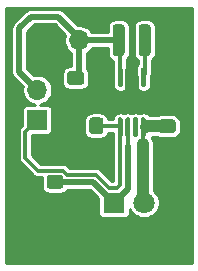
<source format=gbr>
G04 #@! TF.GenerationSoftware,KiCad,Pcbnew,(5.1.10)-1*
G04 #@! TF.CreationDate,2021-11-27T20:31:54+01:00*
G04 #@! TF.ProjectId,latarka,6c617461-726b-4612-9e6b-696361645f70,rev?*
G04 #@! TF.SameCoordinates,Original*
G04 #@! TF.FileFunction,Copper,L1,Top*
G04 #@! TF.FilePolarity,Positive*
%FSLAX46Y46*%
G04 Gerber Fmt 4.6, Leading zero omitted, Abs format (unit mm)*
G04 Created by KiCad (PCBNEW (5.1.10)-1) date 2021-11-27 20:31:54*
%MOMM*%
%LPD*%
G01*
G04 APERTURE LIST*
G04 #@! TA.AperFunction,ComponentPad*
%ADD10C,1.800000*%
G04 #@! TD*
G04 #@! TA.AperFunction,ComponentPad*
%ADD11R,1.800000X1.800000*%
G04 #@! TD*
G04 #@! TA.AperFunction,ComponentPad*
%ADD12O,1.700000X1.700000*%
G04 #@! TD*
G04 #@! TA.AperFunction,ComponentPad*
%ADD13R,1.700000X1.700000*%
G04 #@! TD*
G04 #@! TA.AperFunction,Conductor*
%ADD14C,0.500000*%
G04 #@! TD*
G04 #@! TA.AperFunction,Conductor*
%ADD15C,0.300000*%
G04 #@! TD*
G04 #@! TA.AperFunction,Conductor*
%ADD16C,1.000000*%
G04 #@! TD*
G04 #@! TA.AperFunction,Conductor*
%ADD17C,0.254000*%
G04 #@! TD*
G04 #@! TA.AperFunction,Conductor*
%ADD18C,0.100000*%
G04 #@! TD*
G04 APERTURE END LIST*
G04 #@! TA.AperFunction,SMDPad,CuDef*
G36*
G01*
X136100000Y-97100000D02*
X135600000Y-97100000D01*
G75*
G02*
X135350000Y-96850000I0J250000D01*
G01*
X135350000Y-94650000D01*
G75*
G02*
X135600000Y-94400000I250000J0D01*
G01*
X136100000Y-94400000D01*
G75*
G02*
X136350000Y-94650000I0J-250000D01*
G01*
X136350000Y-96850000D01*
G75*
G02*
X136100000Y-97100000I-250000J0D01*
G01*
G37*
G04 #@! TD.AperFunction*
G04 #@! TA.AperFunction,SMDPad,CuDef*
G36*
G01*
X133900000Y-97100000D02*
X133400000Y-97100000D01*
G75*
G02*
X133150000Y-96850000I0J250000D01*
G01*
X133150000Y-94650000D01*
G75*
G02*
X133400000Y-94400000I250000J0D01*
G01*
X133900000Y-94400000D01*
G75*
G02*
X134150000Y-94650000I0J-250000D01*
G01*
X134150000Y-96850000D01*
G75*
G02*
X133900000Y-97100000I-250000J0D01*
G01*
G37*
G04 #@! TD.AperFunction*
D10*
X135790000Y-109500000D03*
D11*
X133250000Y-109500000D03*
G04 #@! TA.AperFunction,SMDPad,CuDef*
G36*
G01*
X138225000Y-101550000D02*
X137275000Y-101550000D01*
G75*
G02*
X137025000Y-101300000I0J250000D01*
G01*
X137025000Y-100625000D01*
G75*
G02*
X137275000Y-100375000I250000J0D01*
G01*
X138225000Y-100375000D01*
G75*
G02*
X138475000Y-100625000I0J-250000D01*
G01*
X138475000Y-101300000D01*
G75*
G02*
X138225000Y-101550000I-250000J0D01*
G01*
G37*
G04 #@! TD.AperFunction*
G04 #@! TA.AperFunction,SMDPad,CuDef*
G36*
G01*
X138225000Y-103625000D02*
X137275000Y-103625000D01*
G75*
G02*
X137025000Y-103375000I0J250000D01*
G01*
X137025000Y-102700000D01*
G75*
G02*
X137275000Y-102450000I250000J0D01*
G01*
X138225000Y-102450000D01*
G75*
G02*
X138475000Y-102700000I0J-250000D01*
G01*
X138475000Y-103375000D01*
G75*
G02*
X138225000Y-103625000I-250000J0D01*
G01*
G37*
G04 #@! TD.AperFunction*
G04 #@! TA.AperFunction,SMDPad,CuDef*
G36*
G01*
X133875000Y-99700000D02*
X133675000Y-99700000D01*
G75*
G02*
X133575000Y-99600000I0J100000D01*
G01*
X133575000Y-98175000D01*
G75*
G02*
X133675000Y-98075000I100000J0D01*
G01*
X133875000Y-98075000D01*
G75*
G02*
X133975000Y-98175000I0J-100000D01*
G01*
X133975000Y-99600000D01*
G75*
G02*
X133875000Y-99700000I-100000J0D01*
G01*
G37*
G04 #@! TD.AperFunction*
G04 #@! TA.AperFunction,SMDPad,CuDef*
G36*
G01*
X134525000Y-99700000D02*
X134325000Y-99700000D01*
G75*
G02*
X134225000Y-99600000I0J100000D01*
G01*
X134225000Y-98175000D01*
G75*
G02*
X134325000Y-98075000I100000J0D01*
G01*
X134525000Y-98075000D01*
G75*
G02*
X134625000Y-98175000I0J-100000D01*
G01*
X134625000Y-99600000D01*
G75*
G02*
X134525000Y-99700000I-100000J0D01*
G01*
G37*
G04 #@! TD.AperFunction*
G04 #@! TA.AperFunction,SMDPad,CuDef*
G36*
G01*
X135175000Y-99700000D02*
X134975000Y-99700000D01*
G75*
G02*
X134875000Y-99600000I0J100000D01*
G01*
X134875000Y-98175000D01*
G75*
G02*
X134975000Y-98075000I100000J0D01*
G01*
X135175000Y-98075000D01*
G75*
G02*
X135275000Y-98175000I0J-100000D01*
G01*
X135275000Y-99600000D01*
G75*
G02*
X135175000Y-99700000I-100000J0D01*
G01*
G37*
G04 #@! TD.AperFunction*
G04 #@! TA.AperFunction,SMDPad,CuDef*
G36*
G01*
X135825000Y-99700000D02*
X135625000Y-99700000D01*
G75*
G02*
X135525000Y-99600000I0J100000D01*
G01*
X135525000Y-98175000D01*
G75*
G02*
X135625000Y-98075000I100000J0D01*
G01*
X135825000Y-98075000D01*
G75*
G02*
X135925000Y-98175000I0J-100000D01*
G01*
X135925000Y-99600000D01*
G75*
G02*
X135825000Y-99700000I-100000J0D01*
G01*
G37*
G04 #@! TD.AperFunction*
G04 #@! TA.AperFunction,SMDPad,CuDef*
G36*
G01*
X135825000Y-103925000D02*
X135625000Y-103925000D01*
G75*
G02*
X135525000Y-103825000I0J100000D01*
G01*
X135525000Y-102400000D01*
G75*
G02*
X135625000Y-102300000I100000J0D01*
G01*
X135825000Y-102300000D01*
G75*
G02*
X135925000Y-102400000I0J-100000D01*
G01*
X135925000Y-103825000D01*
G75*
G02*
X135825000Y-103925000I-100000J0D01*
G01*
G37*
G04 #@! TD.AperFunction*
G04 #@! TA.AperFunction,SMDPad,CuDef*
G36*
G01*
X135175000Y-103925000D02*
X134975000Y-103925000D01*
G75*
G02*
X134875000Y-103825000I0J100000D01*
G01*
X134875000Y-102400000D01*
G75*
G02*
X134975000Y-102300000I100000J0D01*
G01*
X135175000Y-102300000D01*
G75*
G02*
X135275000Y-102400000I0J-100000D01*
G01*
X135275000Y-103825000D01*
G75*
G02*
X135175000Y-103925000I-100000J0D01*
G01*
G37*
G04 #@! TD.AperFunction*
G04 #@! TA.AperFunction,SMDPad,CuDef*
G36*
G01*
X134525000Y-103925000D02*
X134325000Y-103925000D01*
G75*
G02*
X134225000Y-103825000I0J100000D01*
G01*
X134225000Y-102400000D01*
G75*
G02*
X134325000Y-102300000I100000J0D01*
G01*
X134525000Y-102300000D01*
G75*
G02*
X134625000Y-102400000I0J-100000D01*
G01*
X134625000Y-103825000D01*
G75*
G02*
X134525000Y-103925000I-100000J0D01*
G01*
G37*
G04 #@! TD.AperFunction*
G04 #@! TA.AperFunction,SMDPad,CuDef*
G36*
G01*
X133875000Y-103925000D02*
X133675000Y-103925000D01*
G75*
G02*
X133575000Y-103825000I0J100000D01*
G01*
X133575000Y-102400000D01*
G75*
G02*
X133675000Y-102300000I100000J0D01*
G01*
X133875000Y-102300000D01*
G75*
G02*
X133975000Y-102400000I0J-100000D01*
G01*
X133975000Y-103825000D01*
G75*
G02*
X133875000Y-103925000I-100000J0D01*
G01*
G37*
G04 #@! TD.AperFunction*
G04 #@! TA.AperFunction,SMDPad,CuDef*
G36*
G01*
X128700001Y-106350000D02*
X127799999Y-106350000D01*
G75*
G02*
X127550000Y-106100001I0J249999D01*
G01*
X127550000Y-105399999D01*
G75*
G02*
X127799999Y-105150000I249999J0D01*
G01*
X128700001Y-105150000D01*
G75*
G02*
X128950000Y-105399999I0J-249999D01*
G01*
X128950000Y-106100001D01*
G75*
G02*
X128700001Y-106350000I-249999J0D01*
G01*
G37*
G04 #@! TD.AperFunction*
G04 #@! TA.AperFunction,SMDPad,CuDef*
G36*
G01*
X128700001Y-108350000D02*
X127799999Y-108350000D01*
G75*
G02*
X127550000Y-108100001I0J249999D01*
G01*
X127550000Y-107399999D01*
G75*
G02*
X127799999Y-107150000I249999J0D01*
G01*
X128700001Y-107150000D01*
G75*
G02*
X128950000Y-107399999I0J-249999D01*
G01*
X128950000Y-108100001D01*
G75*
G02*
X128700001Y-108350000I-249999J0D01*
G01*
G37*
G04 #@! TD.AperFunction*
G04 #@! TA.AperFunction,SMDPad,CuDef*
G36*
G01*
X130350000Y-102549999D02*
X130350000Y-103450001D01*
G75*
G02*
X130100001Y-103700000I-249999J0D01*
G01*
X129399999Y-103700000D01*
G75*
G02*
X129150000Y-103450001I0J249999D01*
G01*
X129150000Y-102549999D01*
G75*
G02*
X129399999Y-102300000I249999J0D01*
G01*
X130100001Y-102300000D01*
G75*
G02*
X130350000Y-102549999I0J-249999D01*
G01*
G37*
G04 #@! TD.AperFunction*
G04 #@! TA.AperFunction,SMDPad,CuDef*
G36*
G01*
X132350000Y-102549999D02*
X132350000Y-103450001D01*
G75*
G02*
X132100001Y-103700000I-249999J0D01*
G01*
X131399999Y-103700000D01*
G75*
G02*
X131150000Y-103450001I0J249999D01*
G01*
X131150000Y-102549999D01*
G75*
G02*
X131399999Y-102300000I249999J0D01*
G01*
X132100001Y-102300000D01*
G75*
G02*
X132350000Y-102549999I0J-249999D01*
G01*
G37*
G04 #@! TD.AperFunction*
D12*
X130290000Y-95750000D03*
D13*
X127750000Y-95750000D03*
D12*
X126750000Y-99960000D03*
D13*
X126750000Y-102500000D03*
G04 #@! TA.AperFunction,SMDPad,CuDef*
G36*
G01*
X129525000Y-100450000D02*
X130475000Y-100450000D01*
G75*
G02*
X130725000Y-100700000I0J-250000D01*
G01*
X130725000Y-101375000D01*
G75*
G02*
X130475000Y-101625000I-250000J0D01*
G01*
X129525000Y-101625000D01*
G75*
G02*
X129275000Y-101375000I0J250000D01*
G01*
X129275000Y-100700000D01*
G75*
G02*
X129525000Y-100450000I250000J0D01*
G01*
G37*
G04 #@! TD.AperFunction*
G04 #@! TA.AperFunction,SMDPad,CuDef*
G36*
G01*
X129525000Y-98375000D02*
X130475000Y-98375000D01*
G75*
G02*
X130725000Y-98625000I0J-250000D01*
G01*
X130725000Y-99300000D01*
G75*
G02*
X130475000Y-99550000I-250000J0D01*
G01*
X129525000Y-99550000D01*
G75*
G02*
X129275000Y-99300000I0J250000D01*
G01*
X129275000Y-98625000D01*
G75*
G02*
X129525000Y-98375000I250000J0D01*
G01*
G37*
G04 #@! TD.AperFunction*
D14*
X135075000Y-98887500D02*
X135075000Y-100075000D01*
X135962500Y-100962500D02*
X137750000Y-100962500D01*
X135075000Y-100075000D02*
X135962500Y-100962500D01*
X134425000Y-98887500D02*
X134425000Y-100325000D01*
X133712500Y-101037500D02*
X130000000Y-101037500D01*
X134425000Y-100325000D02*
X133712500Y-101037500D01*
X134425000Y-98887500D02*
X135075000Y-98887500D01*
X130000000Y-102750000D02*
X129750000Y-103000000D01*
X130000000Y-101037500D02*
X130000000Y-102750000D01*
X129750000Y-104250000D02*
X128250000Y-105750000D01*
X129750000Y-103000000D02*
X129750000Y-104250000D01*
D15*
X127750000Y-98787500D02*
X130000000Y-101037500D01*
X127750000Y-95750000D02*
X127750000Y-98787500D01*
X133775000Y-95875000D02*
X133650000Y-95750000D01*
X133775000Y-98887500D02*
X133775000Y-95875000D01*
D14*
X126750000Y-99960000D02*
X125250000Y-98460000D01*
X125250000Y-98460000D02*
X125250000Y-94750000D01*
X125250000Y-94750000D02*
X126250000Y-93750000D01*
X126250000Y-93750000D02*
X128500000Y-93750000D01*
X130290000Y-95540000D02*
X130290000Y-95750000D01*
X128500000Y-93750000D02*
X130290000Y-95540000D01*
X130290000Y-95750000D02*
X133650000Y-95750000D01*
X130290000Y-98672500D02*
X130000000Y-98962500D01*
X130290000Y-95750000D02*
X130290000Y-98672500D01*
D15*
X135725000Y-104725000D02*
X135725000Y-105225000D01*
D16*
X135725000Y-109435000D02*
X135790000Y-109500000D01*
X135725000Y-104525000D02*
X135725000Y-109435000D01*
D15*
X135725000Y-103112500D02*
X135725000Y-104525000D01*
X135725000Y-104525000D02*
X135725000Y-104725000D01*
D16*
X136050010Y-103037500D02*
X135975010Y-103112500D01*
X137750000Y-103037500D02*
X136050010Y-103037500D01*
D14*
X131500000Y-107750000D02*
X133250000Y-109500000D01*
X128250000Y-107750000D02*
X131500000Y-107750000D01*
X134425000Y-108325000D02*
X134425000Y-104675000D01*
X133250000Y-109500000D02*
X134425000Y-108325000D01*
D15*
X134425000Y-104675000D02*
X134425000Y-103112500D01*
X134425000Y-105825000D02*
X134425000Y-104675000D01*
X131862500Y-103112500D02*
X131750000Y-103000000D01*
X125750000Y-105750000D02*
X125750000Y-103500000D01*
X126799990Y-106799990D02*
X125750000Y-105750000D01*
X128948536Y-106799990D02*
X126799990Y-106799990D01*
X129298536Y-107149990D02*
X128948536Y-106799990D01*
X131748532Y-107149990D02*
X129298536Y-107149990D01*
X132848541Y-108249999D02*
X131748532Y-107149990D01*
X133500001Y-108249999D02*
X132848541Y-108249999D01*
X125750000Y-103500000D02*
X126750000Y-102500000D01*
X133775000Y-107975000D02*
X133500001Y-108249999D01*
X133775000Y-103112500D02*
X133775000Y-107975000D01*
X133662500Y-103000000D02*
X133775000Y-103112500D01*
X131750000Y-103000000D02*
X133662500Y-103000000D01*
X135850000Y-98600000D02*
X135850000Y-95750000D01*
X135725000Y-98725000D02*
X135850000Y-98600000D01*
X135725000Y-98887500D02*
X135725000Y-98725000D01*
D17*
X139873000Y-114623000D02*
X124127000Y-114623000D01*
X124127000Y-94750000D01*
X124569726Y-94750000D01*
X124573001Y-94783254D01*
X124573000Y-98426755D01*
X124569726Y-98460000D01*
X124573000Y-98493245D01*
X124573000Y-98493251D01*
X124582796Y-98592714D01*
X124621508Y-98720329D01*
X124684372Y-98837940D01*
X124768973Y-98941026D01*
X124794800Y-98962222D01*
X125505154Y-99672576D01*
X125473000Y-99834226D01*
X125473000Y-100085774D01*
X125522074Y-100332487D01*
X125618337Y-100564886D01*
X125758089Y-100774040D01*
X125935960Y-100951911D01*
X126145114Y-101091663D01*
X126377513Y-101187926D01*
X126543456Y-101220934D01*
X125900000Y-101220934D01*
X125816293Y-101229178D01*
X125735804Y-101253595D01*
X125661624Y-101293245D01*
X125596605Y-101346605D01*
X125543245Y-101411624D01*
X125503595Y-101485804D01*
X125479178Y-101566293D01*
X125470934Y-101650000D01*
X125470934Y-102963065D01*
X125362034Y-103071965D01*
X125340027Y-103090026D01*
X125321966Y-103112033D01*
X125321963Y-103112036D01*
X125298840Y-103140212D01*
X125267922Y-103177885D01*
X125214344Y-103278124D01*
X125181349Y-103386889D01*
X125170210Y-103500000D01*
X125173001Y-103528341D01*
X125173000Y-105721669D01*
X125170210Y-105750000D01*
X125173000Y-105778331D01*
X125173000Y-105778335D01*
X125175334Y-105802028D01*
X125181349Y-105863111D01*
X125200796Y-105927217D01*
X125214343Y-105971875D01*
X125267921Y-106072114D01*
X125340026Y-106159974D01*
X125362038Y-106178039D01*
X126371955Y-107187957D01*
X126390016Y-107209964D01*
X126412023Y-107228025D01*
X126412025Y-107228027D01*
X126431970Y-107244395D01*
X126477875Y-107282069D01*
X126578114Y-107335647D01*
X126686878Y-107368640D01*
X126771654Y-107376990D01*
X126771660Y-107376990D01*
X126799989Y-107379780D01*
X126828318Y-107376990D01*
X127123200Y-107376990D01*
X127120934Y-107399999D01*
X127120934Y-108100001D01*
X127133982Y-108232480D01*
X127172625Y-108359868D01*
X127235377Y-108477269D01*
X127319828Y-108580172D01*
X127422731Y-108664623D01*
X127540132Y-108727375D01*
X127667520Y-108766018D01*
X127799999Y-108779066D01*
X128700001Y-108779066D01*
X128832480Y-108766018D01*
X128959868Y-108727375D01*
X129077269Y-108664623D01*
X129180172Y-108580172D01*
X129264623Y-108477269D01*
X129291492Y-108427000D01*
X131219578Y-108427000D01*
X131920934Y-109128357D01*
X131920934Y-110400000D01*
X131929178Y-110483707D01*
X131953595Y-110564196D01*
X131993245Y-110638376D01*
X132046605Y-110703395D01*
X132111624Y-110756755D01*
X132185804Y-110796405D01*
X132266293Y-110820822D01*
X132350000Y-110829066D01*
X134150000Y-110829066D01*
X134233707Y-110820822D01*
X134314196Y-110796405D01*
X134388376Y-110756755D01*
X134453395Y-110703395D01*
X134506755Y-110638376D01*
X134546405Y-110564196D01*
X134570822Y-110483707D01*
X134579066Y-110400000D01*
X134579066Y-110044164D01*
X134614028Y-110128570D01*
X134759252Y-110345913D01*
X134944087Y-110530748D01*
X135161430Y-110675972D01*
X135402928Y-110776004D01*
X135659302Y-110827000D01*
X135920698Y-110827000D01*
X136177072Y-110776004D01*
X136418570Y-110675972D01*
X136635913Y-110530748D01*
X136820748Y-110345913D01*
X136965972Y-110128570D01*
X137066004Y-109887072D01*
X137117000Y-109630698D01*
X137117000Y-109369302D01*
X137066004Y-109112928D01*
X136965972Y-108871430D01*
X136820748Y-108654087D01*
X136652000Y-108485339D01*
X136652000Y-104479462D01*
X136638587Y-104343276D01*
X136585580Y-104168536D01*
X136499501Y-104007495D01*
X136464216Y-103964500D01*
X136944273Y-103964500D01*
X137015133Y-104002375D01*
X137142521Y-104041018D01*
X137275000Y-104054066D01*
X138225000Y-104054066D01*
X138357479Y-104041018D01*
X138484867Y-104002375D01*
X138602269Y-103939623D01*
X138705172Y-103855172D01*
X138789623Y-103752269D01*
X138852375Y-103634867D01*
X138891018Y-103507479D01*
X138904066Y-103375000D01*
X138904066Y-102700000D01*
X138891018Y-102567521D01*
X138852375Y-102440133D01*
X138789623Y-102322731D01*
X138705172Y-102219828D01*
X138602269Y-102135377D01*
X138484867Y-102072625D01*
X138357479Y-102033982D01*
X138225000Y-102020934D01*
X137275000Y-102020934D01*
X137142521Y-102033982D01*
X137015133Y-102072625D01*
X136944273Y-102110500D01*
X136267272Y-102110500D01*
X136264902Y-102106067D01*
X136199106Y-102025894D01*
X136118933Y-101960098D01*
X136027465Y-101911207D01*
X135928216Y-101881100D01*
X135825000Y-101870934D01*
X135625000Y-101870934D01*
X135521784Y-101881100D01*
X135422535Y-101911207D01*
X135400000Y-101923252D01*
X135377465Y-101911207D01*
X135278216Y-101881100D01*
X135175000Y-101870934D01*
X134975000Y-101870934D01*
X134871784Y-101881100D01*
X134772535Y-101911207D01*
X134750000Y-101923252D01*
X134727465Y-101911207D01*
X134628216Y-101881100D01*
X134525000Y-101870934D01*
X134325000Y-101870934D01*
X134221784Y-101881100D01*
X134122535Y-101911207D01*
X134100000Y-101923252D01*
X134077465Y-101911207D01*
X133978216Y-101881100D01*
X133875000Y-101870934D01*
X133675000Y-101870934D01*
X133571784Y-101881100D01*
X133472535Y-101911207D01*
X133381067Y-101960098D01*
X133300894Y-102025894D01*
X133235098Y-102106067D01*
X133186207Y-102197535D01*
X133156100Y-102296784D01*
X133145934Y-102400000D01*
X133145934Y-102423000D01*
X132766558Y-102423000D01*
X132766018Y-102417520D01*
X132727375Y-102290132D01*
X132664623Y-102172731D01*
X132580172Y-102069828D01*
X132477269Y-101985377D01*
X132359868Y-101922625D01*
X132232480Y-101883982D01*
X132100001Y-101870934D01*
X131399999Y-101870934D01*
X131267520Y-101883982D01*
X131140132Y-101922625D01*
X131022731Y-101985377D01*
X130919828Y-102069828D01*
X130835377Y-102172731D01*
X130772625Y-102290132D01*
X130733982Y-102417520D01*
X130720934Y-102549999D01*
X130720934Y-103450001D01*
X130733982Y-103582480D01*
X130772625Y-103709868D01*
X130835377Y-103827269D01*
X130919828Y-103930172D01*
X131022731Y-104014623D01*
X131140132Y-104077375D01*
X131267520Y-104116018D01*
X131399999Y-104129066D01*
X132100001Y-104129066D01*
X132232480Y-104116018D01*
X132359868Y-104077375D01*
X132477269Y-104014623D01*
X132580172Y-103930172D01*
X132664623Y-103827269D01*
X132727375Y-103709868D01*
X132766018Y-103582480D01*
X132766558Y-103577000D01*
X133145934Y-103577000D01*
X133145934Y-103825000D01*
X133156100Y-103928216D01*
X133186207Y-104027465D01*
X133198000Y-104049528D01*
X133198001Y-107672999D01*
X133087542Y-107672999D01*
X132176570Y-106762027D01*
X132158506Y-106740016D01*
X132070647Y-106667911D01*
X131970408Y-106614333D01*
X131906302Y-106594887D01*
X131861643Y-106581339D01*
X131806577Y-106575916D01*
X131776868Y-106572990D01*
X131776863Y-106572990D01*
X131748532Y-106570200D01*
X131720201Y-106572990D01*
X129537536Y-106572990D01*
X129376576Y-106412029D01*
X129358510Y-106390016D01*
X129270651Y-106317911D01*
X129170412Y-106264333D01*
X129106306Y-106244887D01*
X129061647Y-106231339D01*
X129006581Y-106225916D01*
X128976872Y-106222990D01*
X128976867Y-106222990D01*
X128948536Y-106220200D01*
X128920205Y-106222990D01*
X127038992Y-106222990D01*
X126327000Y-105510999D01*
X126327000Y-103779066D01*
X127600000Y-103779066D01*
X127683707Y-103770822D01*
X127764196Y-103746405D01*
X127838376Y-103706755D01*
X127903395Y-103653395D01*
X127956755Y-103588376D01*
X127996405Y-103514196D01*
X128020822Y-103433707D01*
X128029066Y-103350000D01*
X128029066Y-101650000D01*
X128020822Y-101566293D01*
X127996405Y-101485804D01*
X127956755Y-101411624D01*
X127903395Y-101346605D01*
X127838376Y-101293245D01*
X127764196Y-101253595D01*
X127683707Y-101229178D01*
X127600000Y-101220934D01*
X126956544Y-101220934D01*
X127122487Y-101187926D01*
X127354886Y-101091663D01*
X127564040Y-100951911D01*
X127741911Y-100774040D01*
X127881663Y-100564886D01*
X127977926Y-100332487D01*
X128027000Y-100085774D01*
X128027000Y-99834226D01*
X127977926Y-99587513D01*
X127881663Y-99355114D01*
X127741911Y-99145960D01*
X127564040Y-98968089D01*
X127354886Y-98828337D01*
X127122487Y-98732074D01*
X126875774Y-98683000D01*
X126624226Y-98683000D01*
X126462576Y-98715154D01*
X125927000Y-98179578D01*
X125927000Y-95030422D01*
X126530423Y-94427000D01*
X128219578Y-94427000D01*
X129093711Y-95301133D01*
X129062074Y-95377513D01*
X129013000Y-95624226D01*
X129013000Y-95875774D01*
X129062074Y-96122487D01*
X129158337Y-96354886D01*
X129298089Y-96564040D01*
X129475960Y-96741911D01*
X129613000Y-96833478D01*
X129613001Y-97945934D01*
X129525000Y-97945934D01*
X129392521Y-97958982D01*
X129265133Y-97997625D01*
X129147731Y-98060377D01*
X129044828Y-98144828D01*
X128960377Y-98247731D01*
X128897625Y-98365133D01*
X128858982Y-98492521D01*
X128845934Y-98625000D01*
X128845934Y-99300000D01*
X128858982Y-99432479D01*
X128897625Y-99559867D01*
X128960377Y-99677269D01*
X129044828Y-99780172D01*
X129147731Y-99864623D01*
X129265133Y-99927375D01*
X129392521Y-99966018D01*
X129525000Y-99979066D01*
X130475000Y-99979066D01*
X130607479Y-99966018D01*
X130734867Y-99927375D01*
X130852269Y-99864623D01*
X130955172Y-99780172D01*
X131039623Y-99677269D01*
X131102375Y-99559867D01*
X131141018Y-99432479D01*
X131154066Y-99300000D01*
X131154066Y-98625000D01*
X131141018Y-98492521D01*
X131102375Y-98365133D01*
X131039623Y-98247731D01*
X130967000Y-98159240D01*
X130967000Y-96833478D01*
X131104040Y-96741911D01*
X131281911Y-96564040D01*
X131373478Y-96427000D01*
X132720934Y-96427000D01*
X132720934Y-96850000D01*
X132733982Y-96982479D01*
X132772625Y-97109867D01*
X132835377Y-97227269D01*
X132919828Y-97330172D01*
X133022731Y-97414623D01*
X133140133Y-97477375D01*
X133198000Y-97494929D01*
X133198000Y-97950471D01*
X133186207Y-97972535D01*
X133156100Y-98071784D01*
X133145934Y-98175000D01*
X133145934Y-99600000D01*
X133156100Y-99703216D01*
X133186207Y-99802465D01*
X133235098Y-99893933D01*
X133300894Y-99974106D01*
X133381067Y-100039902D01*
X133472535Y-100088793D01*
X133571784Y-100118900D01*
X133675000Y-100129066D01*
X133875000Y-100129066D01*
X133978216Y-100118900D01*
X134077465Y-100088793D01*
X134168933Y-100039902D01*
X134249106Y-99974106D01*
X134314902Y-99893933D01*
X134363793Y-99802465D01*
X134393900Y-99703216D01*
X134404066Y-99600000D01*
X134404066Y-98175000D01*
X134393900Y-98071784D01*
X134363793Y-97972535D01*
X134352000Y-97950472D01*
X134352000Y-97353292D01*
X134380172Y-97330172D01*
X134464623Y-97227269D01*
X134527375Y-97109867D01*
X134566018Y-96982479D01*
X134579066Y-96850000D01*
X134579066Y-94650000D01*
X134920934Y-94650000D01*
X134920934Y-96850000D01*
X134933982Y-96982479D01*
X134972625Y-97109867D01*
X135035377Y-97227269D01*
X135119828Y-97330172D01*
X135222731Y-97414623D01*
X135273000Y-97441492D01*
X135273000Y-97782752D01*
X135250894Y-97800894D01*
X135185098Y-97881067D01*
X135136207Y-97972535D01*
X135106100Y-98071784D01*
X135095934Y-98175000D01*
X135095934Y-99600000D01*
X135106100Y-99703216D01*
X135136207Y-99802465D01*
X135185098Y-99893933D01*
X135250894Y-99974106D01*
X135331067Y-100039902D01*
X135422535Y-100088793D01*
X135521784Y-100118900D01*
X135625000Y-100129066D01*
X135825000Y-100129066D01*
X135928216Y-100118900D01*
X136027465Y-100088793D01*
X136118933Y-100039902D01*
X136199106Y-99974106D01*
X136264902Y-99893933D01*
X136313793Y-99802465D01*
X136343900Y-99703216D01*
X136354066Y-99600000D01*
X136354066Y-98880980D01*
X136385657Y-98821876D01*
X136402153Y-98767494D01*
X136418651Y-98713112D01*
X136429791Y-98600000D01*
X136427000Y-98571661D01*
X136427000Y-97441492D01*
X136477269Y-97414623D01*
X136580172Y-97330172D01*
X136664623Y-97227269D01*
X136727375Y-97109867D01*
X136766018Y-96982479D01*
X136779066Y-96850000D01*
X136779066Y-94650000D01*
X136766018Y-94517521D01*
X136727375Y-94390133D01*
X136664623Y-94272731D01*
X136580172Y-94169828D01*
X136477269Y-94085377D01*
X136359867Y-94022625D01*
X136232479Y-93983982D01*
X136100000Y-93970934D01*
X135600000Y-93970934D01*
X135467521Y-93983982D01*
X135340133Y-94022625D01*
X135222731Y-94085377D01*
X135119828Y-94169828D01*
X135035377Y-94272731D01*
X134972625Y-94390133D01*
X134933982Y-94517521D01*
X134920934Y-94650000D01*
X134579066Y-94650000D01*
X134566018Y-94517521D01*
X134527375Y-94390133D01*
X134464623Y-94272731D01*
X134380172Y-94169828D01*
X134277269Y-94085377D01*
X134159867Y-94022625D01*
X134032479Y-93983982D01*
X133900000Y-93970934D01*
X133400000Y-93970934D01*
X133267521Y-93983982D01*
X133140133Y-94022625D01*
X133022731Y-94085377D01*
X132919828Y-94169828D01*
X132835377Y-94272731D01*
X132772625Y-94390133D01*
X132733982Y-94517521D01*
X132720934Y-94650000D01*
X132720934Y-95073000D01*
X131373478Y-95073000D01*
X131281911Y-94935960D01*
X131104040Y-94758089D01*
X130894886Y-94618337D01*
X130662487Y-94522074D01*
X130415774Y-94473000D01*
X130180422Y-94473000D01*
X129002226Y-93294804D01*
X128981027Y-93268973D01*
X128877941Y-93184372D01*
X128760330Y-93121508D01*
X128632715Y-93082796D01*
X128533252Y-93073000D01*
X128533245Y-93073000D01*
X128500000Y-93069726D01*
X128466755Y-93073000D01*
X126283252Y-93073000D01*
X126250000Y-93069725D01*
X126216748Y-93073000D01*
X126117285Y-93082796D01*
X125989670Y-93121508D01*
X125872059Y-93184372D01*
X125768973Y-93268973D01*
X125747778Y-93294799D01*
X124794800Y-94247778D01*
X124768974Y-94268973D01*
X124747779Y-94294799D01*
X124747776Y-94294802D01*
X124684372Y-94372060D01*
X124621508Y-94489671D01*
X124582796Y-94617286D01*
X124569726Y-94750000D01*
X124127000Y-94750000D01*
X124127000Y-93002000D01*
X139873000Y-93002000D01*
X139873000Y-114623000D01*
G04 #@! TA.AperFunction,Conductor*
D18*
G36*
X139873000Y-114623000D02*
G01*
X124127000Y-114623000D01*
X124127000Y-94750000D01*
X124569726Y-94750000D01*
X124573001Y-94783254D01*
X124573000Y-98426755D01*
X124569726Y-98460000D01*
X124573000Y-98493245D01*
X124573000Y-98493251D01*
X124582796Y-98592714D01*
X124621508Y-98720329D01*
X124684372Y-98837940D01*
X124768973Y-98941026D01*
X124794800Y-98962222D01*
X125505154Y-99672576D01*
X125473000Y-99834226D01*
X125473000Y-100085774D01*
X125522074Y-100332487D01*
X125618337Y-100564886D01*
X125758089Y-100774040D01*
X125935960Y-100951911D01*
X126145114Y-101091663D01*
X126377513Y-101187926D01*
X126543456Y-101220934D01*
X125900000Y-101220934D01*
X125816293Y-101229178D01*
X125735804Y-101253595D01*
X125661624Y-101293245D01*
X125596605Y-101346605D01*
X125543245Y-101411624D01*
X125503595Y-101485804D01*
X125479178Y-101566293D01*
X125470934Y-101650000D01*
X125470934Y-102963065D01*
X125362034Y-103071965D01*
X125340027Y-103090026D01*
X125321966Y-103112033D01*
X125321963Y-103112036D01*
X125298840Y-103140212D01*
X125267922Y-103177885D01*
X125214344Y-103278124D01*
X125181349Y-103386889D01*
X125170210Y-103500000D01*
X125173001Y-103528341D01*
X125173000Y-105721669D01*
X125170210Y-105750000D01*
X125173000Y-105778331D01*
X125173000Y-105778335D01*
X125175334Y-105802028D01*
X125181349Y-105863111D01*
X125200796Y-105927217D01*
X125214343Y-105971875D01*
X125267921Y-106072114D01*
X125340026Y-106159974D01*
X125362038Y-106178039D01*
X126371955Y-107187957D01*
X126390016Y-107209964D01*
X126412023Y-107228025D01*
X126412025Y-107228027D01*
X126431970Y-107244395D01*
X126477875Y-107282069D01*
X126578114Y-107335647D01*
X126686878Y-107368640D01*
X126771654Y-107376990D01*
X126771660Y-107376990D01*
X126799989Y-107379780D01*
X126828318Y-107376990D01*
X127123200Y-107376990D01*
X127120934Y-107399999D01*
X127120934Y-108100001D01*
X127133982Y-108232480D01*
X127172625Y-108359868D01*
X127235377Y-108477269D01*
X127319828Y-108580172D01*
X127422731Y-108664623D01*
X127540132Y-108727375D01*
X127667520Y-108766018D01*
X127799999Y-108779066D01*
X128700001Y-108779066D01*
X128832480Y-108766018D01*
X128959868Y-108727375D01*
X129077269Y-108664623D01*
X129180172Y-108580172D01*
X129264623Y-108477269D01*
X129291492Y-108427000D01*
X131219578Y-108427000D01*
X131920934Y-109128357D01*
X131920934Y-110400000D01*
X131929178Y-110483707D01*
X131953595Y-110564196D01*
X131993245Y-110638376D01*
X132046605Y-110703395D01*
X132111624Y-110756755D01*
X132185804Y-110796405D01*
X132266293Y-110820822D01*
X132350000Y-110829066D01*
X134150000Y-110829066D01*
X134233707Y-110820822D01*
X134314196Y-110796405D01*
X134388376Y-110756755D01*
X134453395Y-110703395D01*
X134506755Y-110638376D01*
X134546405Y-110564196D01*
X134570822Y-110483707D01*
X134579066Y-110400000D01*
X134579066Y-110044164D01*
X134614028Y-110128570D01*
X134759252Y-110345913D01*
X134944087Y-110530748D01*
X135161430Y-110675972D01*
X135402928Y-110776004D01*
X135659302Y-110827000D01*
X135920698Y-110827000D01*
X136177072Y-110776004D01*
X136418570Y-110675972D01*
X136635913Y-110530748D01*
X136820748Y-110345913D01*
X136965972Y-110128570D01*
X137066004Y-109887072D01*
X137117000Y-109630698D01*
X137117000Y-109369302D01*
X137066004Y-109112928D01*
X136965972Y-108871430D01*
X136820748Y-108654087D01*
X136652000Y-108485339D01*
X136652000Y-104479462D01*
X136638587Y-104343276D01*
X136585580Y-104168536D01*
X136499501Y-104007495D01*
X136464216Y-103964500D01*
X136944273Y-103964500D01*
X137015133Y-104002375D01*
X137142521Y-104041018D01*
X137275000Y-104054066D01*
X138225000Y-104054066D01*
X138357479Y-104041018D01*
X138484867Y-104002375D01*
X138602269Y-103939623D01*
X138705172Y-103855172D01*
X138789623Y-103752269D01*
X138852375Y-103634867D01*
X138891018Y-103507479D01*
X138904066Y-103375000D01*
X138904066Y-102700000D01*
X138891018Y-102567521D01*
X138852375Y-102440133D01*
X138789623Y-102322731D01*
X138705172Y-102219828D01*
X138602269Y-102135377D01*
X138484867Y-102072625D01*
X138357479Y-102033982D01*
X138225000Y-102020934D01*
X137275000Y-102020934D01*
X137142521Y-102033982D01*
X137015133Y-102072625D01*
X136944273Y-102110500D01*
X136267272Y-102110500D01*
X136264902Y-102106067D01*
X136199106Y-102025894D01*
X136118933Y-101960098D01*
X136027465Y-101911207D01*
X135928216Y-101881100D01*
X135825000Y-101870934D01*
X135625000Y-101870934D01*
X135521784Y-101881100D01*
X135422535Y-101911207D01*
X135400000Y-101923252D01*
X135377465Y-101911207D01*
X135278216Y-101881100D01*
X135175000Y-101870934D01*
X134975000Y-101870934D01*
X134871784Y-101881100D01*
X134772535Y-101911207D01*
X134750000Y-101923252D01*
X134727465Y-101911207D01*
X134628216Y-101881100D01*
X134525000Y-101870934D01*
X134325000Y-101870934D01*
X134221784Y-101881100D01*
X134122535Y-101911207D01*
X134100000Y-101923252D01*
X134077465Y-101911207D01*
X133978216Y-101881100D01*
X133875000Y-101870934D01*
X133675000Y-101870934D01*
X133571784Y-101881100D01*
X133472535Y-101911207D01*
X133381067Y-101960098D01*
X133300894Y-102025894D01*
X133235098Y-102106067D01*
X133186207Y-102197535D01*
X133156100Y-102296784D01*
X133145934Y-102400000D01*
X133145934Y-102423000D01*
X132766558Y-102423000D01*
X132766018Y-102417520D01*
X132727375Y-102290132D01*
X132664623Y-102172731D01*
X132580172Y-102069828D01*
X132477269Y-101985377D01*
X132359868Y-101922625D01*
X132232480Y-101883982D01*
X132100001Y-101870934D01*
X131399999Y-101870934D01*
X131267520Y-101883982D01*
X131140132Y-101922625D01*
X131022731Y-101985377D01*
X130919828Y-102069828D01*
X130835377Y-102172731D01*
X130772625Y-102290132D01*
X130733982Y-102417520D01*
X130720934Y-102549999D01*
X130720934Y-103450001D01*
X130733982Y-103582480D01*
X130772625Y-103709868D01*
X130835377Y-103827269D01*
X130919828Y-103930172D01*
X131022731Y-104014623D01*
X131140132Y-104077375D01*
X131267520Y-104116018D01*
X131399999Y-104129066D01*
X132100001Y-104129066D01*
X132232480Y-104116018D01*
X132359868Y-104077375D01*
X132477269Y-104014623D01*
X132580172Y-103930172D01*
X132664623Y-103827269D01*
X132727375Y-103709868D01*
X132766018Y-103582480D01*
X132766558Y-103577000D01*
X133145934Y-103577000D01*
X133145934Y-103825000D01*
X133156100Y-103928216D01*
X133186207Y-104027465D01*
X133198000Y-104049528D01*
X133198001Y-107672999D01*
X133087542Y-107672999D01*
X132176570Y-106762027D01*
X132158506Y-106740016D01*
X132070647Y-106667911D01*
X131970408Y-106614333D01*
X131906302Y-106594887D01*
X131861643Y-106581339D01*
X131806577Y-106575916D01*
X131776868Y-106572990D01*
X131776863Y-106572990D01*
X131748532Y-106570200D01*
X131720201Y-106572990D01*
X129537536Y-106572990D01*
X129376576Y-106412029D01*
X129358510Y-106390016D01*
X129270651Y-106317911D01*
X129170412Y-106264333D01*
X129106306Y-106244887D01*
X129061647Y-106231339D01*
X129006581Y-106225916D01*
X128976872Y-106222990D01*
X128976867Y-106222990D01*
X128948536Y-106220200D01*
X128920205Y-106222990D01*
X127038992Y-106222990D01*
X126327000Y-105510999D01*
X126327000Y-103779066D01*
X127600000Y-103779066D01*
X127683707Y-103770822D01*
X127764196Y-103746405D01*
X127838376Y-103706755D01*
X127903395Y-103653395D01*
X127956755Y-103588376D01*
X127996405Y-103514196D01*
X128020822Y-103433707D01*
X128029066Y-103350000D01*
X128029066Y-101650000D01*
X128020822Y-101566293D01*
X127996405Y-101485804D01*
X127956755Y-101411624D01*
X127903395Y-101346605D01*
X127838376Y-101293245D01*
X127764196Y-101253595D01*
X127683707Y-101229178D01*
X127600000Y-101220934D01*
X126956544Y-101220934D01*
X127122487Y-101187926D01*
X127354886Y-101091663D01*
X127564040Y-100951911D01*
X127741911Y-100774040D01*
X127881663Y-100564886D01*
X127977926Y-100332487D01*
X128027000Y-100085774D01*
X128027000Y-99834226D01*
X127977926Y-99587513D01*
X127881663Y-99355114D01*
X127741911Y-99145960D01*
X127564040Y-98968089D01*
X127354886Y-98828337D01*
X127122487Y-98732074D01*
X126875774Y-98683000D01*
X126624226Y-98683000D01*
X126462576Y-98715154D01*
X125927000Y-98179578D01*
X125927000Y-95030422D01*
X126530423Y-94427000D01*
X128219578Y-94427000D01*
X129093711Y-95301133D01*
X129062074Y-95377513D01*
X129013000Y-95624226D01*
X129013000Y-95875774D01*
X129062074Y-96122487D01*
X129158337Y-96354886D01*
X129298089Y-96564040D01*
X129475960Y-96741911D01*
X129613000Y-96833478D01*
X129613001Y-97945934D01*
X129525000Y-97945934D01*
X129392521Y-97958982D01*
X129265133Y-97997625D01*
X129147731Y-98060377D01*
X129044828Y-98144828D01*
X128960377Y-98247731D01*
X128897625Y-98365133D01*
X128858982Y-98492521D01*
X128845934Y-98625000D01*
X128845934Y-99300000D01*
X128858982Y-99432479D01*
X128897625Y-99559867D01*
X128960377Y-99677269D01*
X129044828Y-99780172D01*
X129147731Y-99864623D01*
X129265133Y-99927375D01*
X129392521Y-99966018D01*
X129525000Y-99979066D01*
X130475000Y-99979066D01*
X130607479Y-99966018D01*
X130734867Y-99927375D01*
X130852269Y-99864623D01*
X130955172Y-99780172D01*
X131039623Y-99677269D01*
X131102375Y-99559867D01*
X131141018Y-99432479D01*
X131154066Y-99300000D01*
X131154066Y-98625000D01*
X131141018Y-98492521D01*
X131102375Y-98365133D01*
X131039623Y-98247731D01*
X130967000Y-98159240D01*
X130967000Y-96833478D01*
X131104040Y-96741911D01*
X131281911Y-96564040D01*
X131373478Y-96427000D01*
X132720934Y-96427000D01*
X132720934Y-96850000D01*
X132733982Y-96982479D01*
X132772625Y-97109867D01*
X132835377Y-97227269D01*
X132919828Y-97330172D01*
X133022731Y-97414623D01*
X133140133Y-97477375D01*
X133198000Y-97494929D01*
X133198000Y-97950471D01*
X133186207Y-97972535D01*
X133156100Y-98071784D01*
X133145934Y-98175000D01*
X133145934Y-99600000D01*
X133156100Y-99703216D01*
X133186207Y-99802465D01*
X133235098Y-99893933D01*
X133300894Y-99974106D01*
X133381067Y-100039902D01*
X133472535Y-100088793D01*
X133571784Y-100118900D01*
X133675000Y-100129066D01*
X133875000Y-100129066D01*
X133978216Y-100118900D01*
X134077465Y-100088793D01*
X134168933Y-100039902D01*
X134249106Y-99974106D01*
X134314902Y-99893933D01*
X134363793Y-99802465D01*
X134393900Y-99703216D01*
X134404066Y-99600000D01*
X134404066Y-98175000D01*
X134393900Y-98071784D01*
X134363793Y-97972535D01*
X134352000Y-97950472D01*
X134352000Y-97353292D01*
X134380172Y-97330172D01*
X134464623Y-97227269D01*
X134527375Y-97109867D01*
X134566018Y-96982479D01*
X134579066Y-96850000D01*
X134579066Y-94650000D01*
X134920934Y-94650000D01*
X134920934Y-96850000D01*
X134933982Y-96982479D01*
X134972625Y-97109867D01*
X135035377Y-97227269D01*
X135119828Y-97330172D01*
X135222731Y-97414623D01*
X135273000Y-97441492D01*
X135273000Y-97782752D01*
X135250894Y-97800894D01*
X135185098Y-97881067D01*
X135136207Y-97972535D01*
X135106100Y-98071784D01*
X135095934Y-98175000D01*
X135095934Y-99600000D01*
X135106100Y-99703216D01*
X135136207Y-99802465D01*
X135185098Y-99893933D01*
X135250894Y-99974106D01*
X135331067Y-100039902D01*
X135422535Y-100088793D01*
X135521784Y-100118900D01*
X135625000Y-100129066D01*
X135825000Y-100129066D01*
X135928216Y-100118900D01*
X136027465Y-100088793D01*
X136118933Y-100039902D01*
X136199106Y-99974106D01*
X136264902Y-99893933D01*
X136313793Y-99802465D01*
X136343900Y-99703216D01*
X136354066Y-99600000D01*
X136354066Y-98880980D01*
X136385657Y-98821876D01*
X136402153Y-98767494D01*
X136418651Y-98713112D01*
X136429791Y-98600000D01*
X136427000Y-98571661D01*
X136427000Y-97441492D01*
X136477269Y-97414623D01*
X136580172Y-97330172D01*
X136664623Y-97227269D01*
X136727375Y-97109867D01*
X136766018Y-96982479D01*
X136779066Y-96850000D01*
X136779066Y-94650000D01*
X136766018Y-94517521D01*
X136727375Y-94390133D01*
X136664623Y-94272731D01*
X136580172Y-94169828D01*
X136477269Y-94085377D01*
X136359867Y-94022625D01*
X136232479Y-93983982D01*
X136100000Y-93970934D01*
X135600000Y-93970934D01*
X135467521Y-93983982D01*
X135340133Y-94022625D01*
X135222731Y-94085377D01*
X135119828Y-94169828D01*
X135035377Y-94272731D01*
X134972625Y-94390133D01*
X134933982Y-94517521D01*
X134920934Y-94650000D01*
X134579066Y-94650000D01*
X134566018Y-94517521D01*
X134527375Y-94390133D01*
X134464623Y-94272731D01*
X134380172Y-94169828D01*
X134277269Y-94085377D01*
X134159867Y-94022625D01*
X134032479Y-93983982D01*
X133900000Y-93970934D01*
X133400000Y-93970934D01*
X133267521Y-93983982D01*
X133140133Y-94022625D01*
X133022731Y-94085377D01*
X132919828Y-94169828D01*
X132835377Y-94272731D01*
X132772625Y-94390133D01*
X132733982Y-94517521D01*
X132720934Y-94650000D01*
X132720934Y-95073000D01*
X131373478Y-95073000D01*
X131281911Y-94935960D01*
X131104040Y-94758089D01*
X130894886Y-94618337D01*
X130662487Y-94522074D01*
X130415774Y-94473000D01*
X130180422Y-94473000D01*
X129002226Y-93294804D01*
X128981027Y-93268973D01*
X128877941Y-93184372D01*
X128760330Y-93121508D01*
X128632715Y-93082796D01*
X128533252Y-93073000D01*
X128533245Y-93073000D01*
X128500000Y-93069726D01*
X128466755Y-93073000D01*
X126283252Y-93073000D01*
X126250000Y-93069725D01*
X126216748Y-93073000D01*
X126117285Y-93082796D01*
X125989670Y-93121508D01*
X125872059Y-93184372D01*
X125768973Y-93268973D01*
X125747778Y-93294799D01*
X124794800Y-94247778D01*
X124768974Y-94268973D01*
X124747779Y-94294799D01*
X124747776Y-94294802D01*
X124684372Y-94372060D01*
X124621508Y-94489671D01*
X124582796Y-94617286D01*
X124569726Y-94750000D01*
X124127000Y-94750000D01*
X124127000Y-93002000D01*
X139873000Y-93002000D01*
X139873000Y-114623000D01*
G37*
G04 #@! TD.AperFunction*
M02*

</source>
